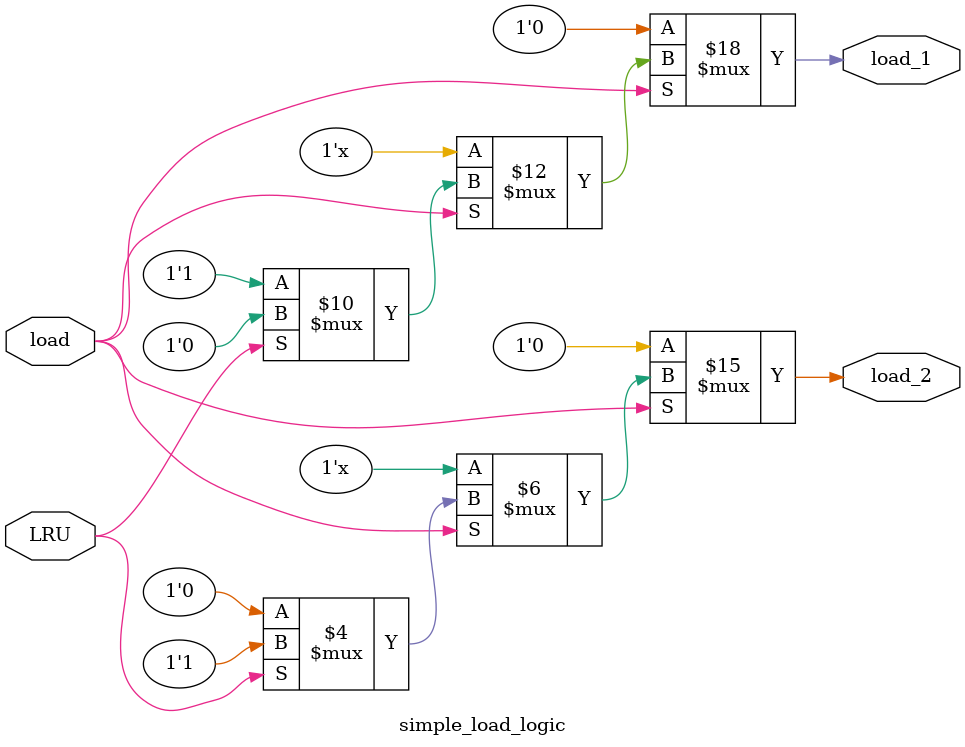
<source format=sv>
module simple_load_logic
(
		input LRU,
		input load,
		output logic load_1,
		output logic load_2
);

always_comb
begin
	load_1=1'b0;
	load_2=1'b0;
	if(load)
	begin
		if(LRU)
			load_2=1'b1;
		else
			load_1=1'b1;
	end
end

endmodule : simple_load_logic

</source>
